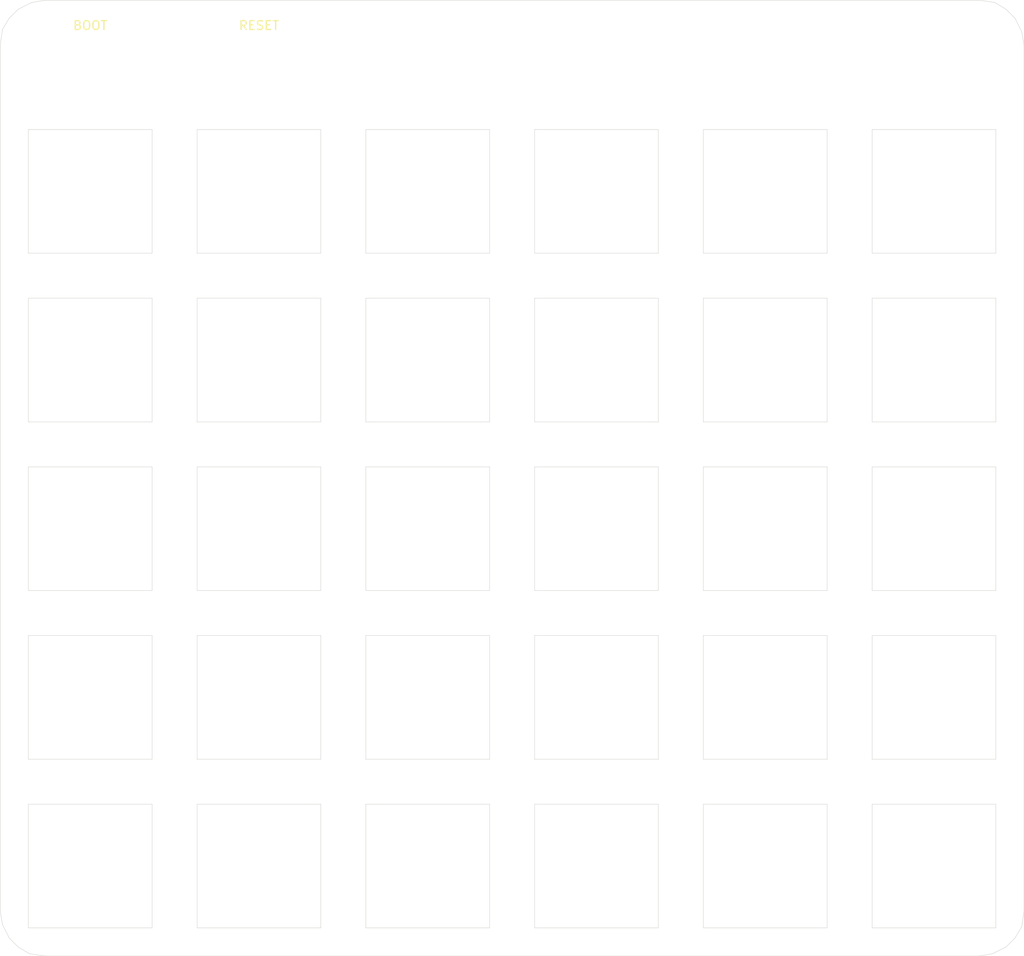
<source format=kicad_pcb>
(kicad_pcb (version 20171130) (host pcbnew "(5.1.2-1)-1")

  (general
    (thickness 1.6)
    (drawings 174)
    (tracks 0)
    (zones 0)
    (modules 2)
    (nets 1)
  )

  (page A4)
  (layers
    (0 F.Cu signal)
    (31 B.Cu signal hide)
    (32 B.Adhes user hide)
    (33 F.Adhes user hide)
    (34 B.Paste user hide)
    (35 F.Paste user hide)
    (36 B.SilkS user hide)
    (37 F.SilkS user)
    (38 B.Mask user hide)
    (39 F.Mask user hide)
    (40 Dwgs.User user hide)
    (41 Cmts.User user hide)
    (42 Eco1.User user hide)
    (43 Eco2.User user hide)
    (44 Edge.Cuts user)
    (45 Margin user hide)
    (46 B.CrtYd user hide)
    (47 F.CrtYd user hide)
    (48 B.Fab user hide)
    (49 F.Fab user hide)
  )

  (setup
    (last_trace_width 0.25)
    (trace_clearance 0.2)
    (zone_clearance 0.254)
    (zone_45_only no)
    (trace_min 0.2)
    (via_size 0.8)
    (via_drill 0.4)
    (via_min_size 0.4)
    (via_min_drill 0.3)
    (uvia_size 0.3)
    (uvia_drill 0.1)
    (uvias_allowed no)
    (uvia_min_size 0.2)
    (uvia_min_drill 0.1)
    (edge_width 0.05)
    (segment_width 0.2)
    (pcb_text_width 0.3)
    (pcb_text_size 1.5 1.5)
    (mod_edge_width 0.12)
    (mod_text_size 1 1)
    (mod_text_width 0.15)
    (pad_size 2 2)
    (pad_drill 1.1)
    (pad_to_mask_clearance 0.051)
    (solder_mask_min_width 0.25)
    (aux_axis_origin 55.88 134.62)
    (visible_elements FEFCBE3F)
    (pcbplotparams
      (layerselection 0x010fc_ffffffff)
      (usegerberextensions false)
      (usegerberattributes false)
      (usegerberadvancedattributes false)
      (creategerberjobfile false)
      (excludeedgelayer true)
      (linewidth 0.100000)
      (plotframeref false)
      (viasonmask false)
      (mode 1)
      (useauxorigin false)
      (hpglpennumber 1)
      (hpglpenspeed 20)
      (hpglpendiameter 15.000000)
      (psnegative false)
      (psa4output false)
      (plotreference true)
      (plotvalue true)
      (plotinvisibletext false)
      (padsonsilk false)
      (subtractmaskfromsilk false)
      (outputformat 1)
      (mirror false)
      (drillshape 1)
      (scaleselection 1)
      (outputdirectory ""))
  )

  (net 0 "")

  (net_class Default "This is the default net class."
    (clearance 0.2)
    (trace_width 0.25)
    (via_dia 0.8)
    (via_drill 0.4)
    (uvia_dia 0.3)
    (uvia_drill 0.1)
    (add_net "Net-(J1-Pad4)")
    (add_net "Net-(J1-Pad5)")
    (add_net "Net-(J2-Pad4)")
    (add_net "Net-(RESET2-Pad1)")
    (add_net "Net-(RESET2-Pad2)")
    (add_net "Net-(SW1-Pad1)")
    (add_net "Net-(SW10-Pad1)")
    (add_net "Net-(SW11-Pad1)")
    (add_net "Net-(SW12-Pad1)")
    (add_net "Net-(SW13-Pad1)")
    (add_net "Net-(SW14-Pad1)")
    (add_net "Net-(SW15-Pad1)")
    (add_net "Net-(SW16-Pad1)")
    (add_net "Net-(SW17-Pad1)")
    (add_net "Net-(SW18-Pad1)")
    (add_net "Net-(SW19-Pad1)")
    (add_net "Net-(SW2-Pad1)")
    (add_net "Net-(SW20-Pad1)")
    (add_net "Net-(SW21-Pad1)")
    (add_net "Net-(SW22-Pad1)")
    (add_net "Net-(SW23-Pad1)")
    (add_net "Net-(SW24-Pad1)")
    (add_net "Net-(SW25-Pad1)")
    (add_net "Net-(SW26-Pad1)")
    (add_net "Net-(SW27-Pad1)")
    (add_net "Net-(SW28-Pad1)")
    (add_net "Net-(SW29-Pad1)")
    (add_net "Net-(SW3-Pad1)")
    (add_net "Net-(SW30-Pad1)")
    (add_net "Net-(SW4-Pad1)")
    (add_net "Net-(SW5-Pad1)")
    (add_net "Net-(SW6-Pad1)")
    (add_net "Net-(SW7-Pad1)")
    (add_net "Net-(SW8-Pad1)")
    (add_net "Net-(SW9-Pad1)")
  )

  (module MountingHole:MountingHole_2.5mm (layer F.Cu) (tedit 56D1B4CB) (tstamp 5D110FF9)
    (at 77.47 54.61)
    (descr "Mounting Hole 2.5mm, no annular")
    (tags "mounting hole 2.5mm no annular")
    (attr virtual)
    (fp_text reference RESET (at 0 -3.5) (layer F.SilkS)
      (effects (font (size 1 1) (thickness 0.15)))
    )
    (fp_text value MountingHole_2.5mm (at 0 3.5) (layer F.Fab)
      (effects (font (size 1 1) (thickness 0.15)))
    )
    (fp_circle (center 0 0) (end 2.75 0) (layer F.CrtYd) (width 0.05))
    (fp_circle (center 0 0) (end 2.5 0) (layer Cmts.User) (width 0.15))
    (fp_text user %R (at 0.3 0) (layer F.Fab)
      (effects (font (size 1 1) (thickness 0.15)))
    )
    (pad 1 np_thru_hole circle (at 0 0) (size 2.5 2.5) (drill 2.5) (layers *.Cu *.Mask))
  )

  (module MountingHole:MountingHole_2.5mm (layer F.Cu) (tedit 56D1B4CB) (tstamp 5D110FD5)
    (at 58.42 54.61)
    (descr "Mounting Hole 2.5mm, no annular")
    (tags "mounting hole 2.5mm no annular")
    (attr virtual)
    (fp_text reference BOOT (at 0 -3.5) (layer F.SilkS)
      (effects (font (size 1 1) (thickness 0.15)))
    )
    (fp_text value MountingHole_2.5mm (at 0 3.5) (layer F.Fab)
      (effects (font (size 1 1) (thickness 0.15)))
    )
    (fp_circle (center 0 0) (end 2.75 0) (layer F.CrtYd) (width 0.05))
    (fp_circle (center 0 0) (end 2.5 0) (layer Cmts.User) (width 0.15))
    (fp_text user %R (at 0.3 0) (layer F.Fab)
      (effects (font (size 1 1) (thickness 0.15)))
    )
    (pad 1 np_thru_hole circle (at 0 0) (size 2.5 2.5) (drill 2.5) (layers *.Cu *.Mask))
  )

  (gr_line (start 89.535 76.835) (end 89.535 62.865) (layer Edge.Cuts) (width 0.05) (tstamp 5D110B7C))
  (gr_line (start 70.485 76.835) (end 70.485 62.865) (layer Edge.Cuts) (width 0.05) (tstamp 5D110B7C))
  (gr_line (start 84.455 62.865) (end 84.455 76.835) (layer Edge.Cuts) (width 0.05) (tstamp 5D110B7A))
  (gr_line (start 127.635 76.835) (end 127.635 62.865) (layer Edge.Cuts) (width 0.05) (tstamp 5D110B7C))
  (gr_line (start 141.605 62.865) (end 141.605 76.835) (layer Edge.Cuts) (width 0.05) (tstamp 5D110B7A))
  (gr_line (start 108.585 76.835) (end 108.585 62.865) (layer Edge.Cuts) (width 0.05) (tstamp 5D110B7C))
  (gr_line (start 163.83 151.13) (end 163.83 53.34) (layer Edge.Cuts) (width 0.05))
  (gr_line (start 65.405 62.865) (end 65.405 76.835) (layer Edge.Cuts) (width 0.05) (tstamp 5D110B7A))
  (gr_line (start 146.685 76.835) (end 146.685 62.865) (layer Edge.Cuts) (width 0.05) (tstamp 5D110B7C))
  (gr_line (start 122.555 62.865) (end 122.555 76.835) (layer Edge.Cuts) (width 0.05) (tstamp 5D110B7A))
  (gr_line (start 160.655 62.865) (end 160.655 76.835) (layer Edge.Cuts) (width 0.05) (tstamp 5D110B7A))
  (gr_line (start 103.505 62.865) (end 103.505 76.835) (layer Edge.Cuts) (width 0.05) (tstamp 5D110B7A))
  (gr_line (start 89.535 153.035) (end 89.535 139.065) (layer Edge.Cuts) (width 0.05) (tstamp 5D110C88))
  (gr_line (start 153.67 146.05) (end 58.42 146.05) (layer Dwgs.User) (width 0.15) (tstamp 5D110C87))
  (gr_line (start 108.585 139.065) (end 122.555 139.065) (layer Edge.Cuts) (width 0.05) (tstamp 5D110C85))
  (gr_line (start 134.62 146.05) (end 77.47 146.05) (layer Dwgs.User) (width 0.15) (tstamp 5D110C84))
  (gr_line (start 51.435 153.035) (end 51.435 139.065) (layer Edge.Cuts) (width 0.05) (tstamp 5D110C83))
  (gr_line (start 103.505 139.065) (end 103.505 153.035) (layer Edge.Cuts) (width 0.05) (tstamp 5D110C81))
  (gr_line (start 160.655 139.065) (end 160.655 153.035) (layer Edge.Cuts) (width 0.05) (tstamp 5D110C80))
  (gr_line (start 122.555 139.065) (end 122.555 153.035) (layer Edge.Cuts) (width 0.05) (tstamp 5D110C7E))
  (gr_line (start 146.685 139.065) (end 160.655 139.065) (layer Edge.Cuts) (width 0.05) (tstamp 5D110C7C))
  (gr_line (start 146.685 153.035) (end 146.685 139.065) (layer Edge.Cuts) (width 0.05) (tstamp 5D110C7B))
  (gr_line (start 58.42 146.05) (end 153.67 146.05) (layer Dwgs.User) (width 0.15) (tstamp 5D110C7A))
  (gr_line (start 65.405 139.065) (end 65.405 153.035) (layer Edge.Cuts) (width 0.05) (tstamp 5D110C79))
  (gr_line (start 65.405 153.035) (end 51.435 153.035) (layer Edge.Cuts) (width 0.05) (tstamp 5D110C78))
  (gr_line (start 160.655 153.035) (end 146.685 153.035) (layer Edge.Cuts) (width 0.05) (tstamp 5D110C77))
  (gr_line (start 108.585 153.035) (end 108.585 139.065) (layer Edge.Cuts) (width 0.05) (tstamp 5D110C76))
  (gr_line (start 141.605 153.035) (end 127.635 153.035) (layer Edge.Cuts) (width 0.05) (tstamp 5D110C73))
  (gr_line (start 141.605 139.065) (end 141.605 153.035) (layer Edge.Cuts) (width 0.05) (tstamp 5D110C72))
  (gr_line (start 127.635 139.065) (end 141.605 139.065) (layer Edge.Cuts) (width 0.05) (tstamp 5D110C6F))
  (gr_line (start 127.635 153.035) (end 127.635 139.065) (layer Edge.Cuts) (width 0.05) (tstamp 5D110C6E))
  (gr_line (start 122.555 153.035) (end 108.585 153.035) (layer Edge.Cuts) (width 0.05) (tstamp 5D110C6D))
  (gr_line (start 84.455 139.065) (end 84.455 153.035) (layer Edge.Cuts) (width 0.05) (tstamp 5D110C6C))
  (gr_line (start 70.485 139.065) (end 84.455 139.065) (layer Edge.Cuts) (width 0.05) (tstamp 5D110C69))
  (gr_line (start 70.485 153.035) (end 70.485 139.065) (layer Edge.Cuts) (width 0.05) (tstamp 5D110C68))
  (gr_line (start 84.455 153.035) (end 70.485 153.035) (layer Edge.Cuts) (width 0.05) (tstamp 5D110C67))
  (gr_line (start 103.505 153.035) (end 89.535 153.035) (layer Edge.Cuts) (width 0.05) (tstamp 5D110C66))
  (gr_line (start 51.435 139.065) (end 65.405 139.065) (layer Edge.Cuts) (width 0.05) (tstamp 5D110C65))
  (gr_line (start 89.535 139.065) (end 103.505 139.065) (layer Edge.Cuts) (width 0.05) (tstamp 5D110C63))
  (gr_line (start 108.585 100.965) (end 122.555 100.965) (layer Edge.Cuts) (width 0.05) (tstamp 5D110C16))
  (gr_line (start 65.405 133.985) (end 51.435 133.985) (layer Edge.Cuts) (width 0.05) (tstamp 5D110C15))
  (gr_line (start 65.405 120.015) (end 65.405 133.985) (layer Edge.Cuts) (width 0.05) (tstamp 5D110C13))
  (gr_line (start 70.485 120.015) (end 84.455 120.015) (layer Edge.Cuts) (width 0.05) (tstamp 5D110C12))
  (gr_line (start 134.62 107.95) (end 77.47 107.95) (layer Dwgs.User) (width 0.15) (tstamp 5D110C10))
  (gr_line (start 146.685 133.985) (end 146.685 120.015) (layer Edge.Cuts) (width 0.05) (tstamp 5D110C0F))
  (gr_line (start 51.435 114.935) (end 51.435 100.965) (layer Edge.Cuts) (width 0.05) (tstamp 5D110C0E))
  (gr_line (start 103.505 100.965) (end 103.505 114.935) (layer Edge.Cuts) (width 0.05) (tstamp 5D110C0C))
  (gr_line (start 160.655 100.965) (end 160.655 114.935) (layer Edge.Cuts) (width 0.05) (tstamp 5D110C0B))
  (gr_line (start 160.655 133.985) (end 146.685 133.985) (layer Edge.Cuts) (width 0.05) (tstamp 5D110C09))
  (gr_line (start 103.505 133.985) (end 89.535 133.985) (layer Edge.Cuts) (width 0.05) (tstamp 5D110C08))
  (gr_line (start 122.555 100.965) (end 122.555 114.935) (layer Edge.Cuts) (width 0.05) (tstamp 5D110C07))
  (gr_line (start 141.605 120.015) (end 141.605 133.985) (layer Edge.Cuts) (width 0.05) (tstamp 5D110C06))
  (gr_line (start 89.535 133.985) (end 89.535 120.015) (layer Edge.Cuts) (width 0.05) (tstamp 5D110C05))
  (gr_line (start 127.635 120.015) (end 141.605 120.015) (layer Edge.Cuts) (width 0.05) (tstamp 5D110C03))
  (gr_line (start 127.635 133.985) (end 127.635 120.015) (layer Edge.Cuts) (width 0.05) (tstamp 5D110C02))
  (gr_line (start 89.535 120.015) (end 103.505 120.015) (layer Edge.Cuts) (width 0.05) (tstamp 5D110BFF))
  (gr_line (start 146.685 100.965) (end 160.655 100.965) (layer Edge.Cuts) (width 0.05) (tstamp 5D110BFE))
  (gr_line (start 146.685 114.935) (end 146.685 100.965) (layer Edge.Cuts) (width 0.05) (tstamp 5D110BFD))
  (gr_line (start 51.435 133.985) (end 51.435 120.015) (layer Edge.Cuts) (width 0.05) (tstamp 5D110BFC))
  (gr_line (start 84.455 133.985) (end 70.485 133.985) (layer Edge.Cuts) (width 0.05) (tstamp 5D110BFB))
  (gr_line (start 51.435 120.015) (end 65.405 120.015) (layer Edge.Cuts) (width 0.05) (tstamp 5D110BF9))
  (gr_line (start 84.455 120.015) (end 84.455 133.985) (layer Edge.Cuts) (width 0.05) (tstamp 5D110BF8))
  (gr_line (start 58.42 127) (end 153.67 127) (layer Dwgs.User) (width 0.15) (tstamp 5D110BF7))
  (gr_line (start 58.42 107.95) (end 153.67 107.95) (layer Dwgs.User) (width 0.15) (tstamp 5D110BF5))
  (gr_line (start 65.405 100.965) (end 65.405 114.935) (layer Edge.Cuts) (width 0.05) (tstamp 5D110BF4))
  (gr_line (start 65.405 114.935) (end 51.435 114.935) (layer Edge.Cuts) (width 0.05) (tstamp 5D110BF2))
  (gr_line (start 160.655 120.015) (end 160.655 133.985) (layer Edge.Cuts) (width 0.05) (tstamp 5D110BF1))
  (gr_line (start 103.505 120.015) (end 103.505 133.985) (layer Edge.Cuts) (width 0.05) (tstamp 5D110BF0))
  (gr_line (start 160.655 114.935) (end 146.685 114.935) (layer Edge.Cuts) (width 0.05) (tstamp 5D110BEF))
  (gr_line (start 108.585 114.935) (end 108.585 100.965) (layer Edge.Cuts) (width 0.05) (tstamp 5D110BEE))
  (gr_line (start 141.605 114.935) (end 127.635 114.935) (layer Edge.Cuts) (width 0.05) (tstamp 5D110BEA))
  (gr_line (start 141.605 100.965) (end 141.605 114.935) (layer Edge.Cuts) (width 0.05) (tstamp 5D110BE9))
  (gr_line (start 127.635 100.965) (end 141.605 100.965) (layer Edge.Cuts) (width 0.05) (tstamp 5D110BE5))
  (gr_line (start 127.635 114.935) (end 127.635 100.965) (layer Edge.Cuts) (width 0.05) (tstamp 5D110BE4))
  (gr_line (start 122.555 114.935) (end 108.585 114.935) (layer Edge.Cuts) (width 0.05) (tstamp 5D110BE3))
  (gr_line (start 70.485 133.985) (end 70.485 120.015) (layer Edge.Cuts) (width 0.05) (tstamp 5D110BE2))
  (gr_line (start 84.455 100.965) (end 84.455 114.935) (layer Edge.Cuts) (width 0.05) (tstamp 5D110BE1))
  (gr_line (start 70.485 100.965) (end 84.455 100.965) (layer Edge.Cuts) (width 0.05) (tstamp 5D110BDE))
  (gr_line (start 70.485 114.935) (end 70.485 100.965) (layer Edge.Cuts) (width 0.05) (tstamp 5D110BDD))
  (gr_line (start 84.455 114.935) (end 70.485 114.935) (layer Edge.Cuts) (width 0.05) (tstamp 5D110BDC))
  (gr_line (start 103.505 114.935) (end 89.535 114.935) (layer Edge.Cuts) (width 0.05) (tstamp 5D110BDB))
  (gr_line (start 146.685 120.015) (end 160.655 120.015) (layer Edge.Cuts) (width 0.05) (tstamp 5D110BD9))
  (gr_line (start 51.435 100.965) (end 65.405 100.965) (layer Edge.Cuts) (width 0.05) (tstamp 5D110BD8))
  (gr_line (start 141.605 133.985) (end 127.635 133.985) (layer Edge.Cuts) (width 0.05) (tstamp 5D110BD6))
  (gr_line (start 108.585 120.015) (end 122.555 120.015) (layer Edge.Cuts) (width 0.05) (tstamp 5D110BD4))
  (gr_line (start 108.585 133.985) (end 108.585 120.015) (layer Edge.Cuts) (width 0.05) (tstamp 5D110BD3))
  (gr_line (start 122.555 133.985) (end 108.585 133.985) (layer Edge.Cuts) (width 0.05) (tstamp 5D110BD2))
  (gr_line (start 122.555 120.015) (end 122.555 133.985) (layer Edge.Cuts) (width 0.05) (tstamp 5D110BD1))
  (gr_line (start 89.535 100.965) (end 103.505 100.965) (layer Edge.Cuts) (width 0.05) (tstamp 5D110BCF))
  (gr_line (start 89.535 114.935) (end 89.535 100.965) (layer Edge.Cuts) (width 0.05) (tstamp 5D110BCD))
  (gr_line (start 146.685 81.915) (end 160.655 81.915) (layer Edge.Cuts) (width 0.05) (tstamp 5D110B7D))
  (gr_line (start 146.685 95.885) (end 146.685 81.915) (layer Edge.Cuts) (width 0.05) (tstamp 5D110B7C))
  (gr_line (start 160.655 95.885) (end 146.685 95.885) (layer Edge.Cuts) (width 0.05) (tstamp 5D110B7B))
  (gr_line (start 160.655 81.915) (end 160.655 95.885) (layer Edge.Cuts) (width 0.05) (tstamp 5D110B7A))
  (gr_line (start 146.685 62.865) (end 160.655 62.865) (layer Edge.Cuts) (width 0.05) (tstamp 5D110B7D))
  (gr_line (start 160.655 76.835) (end 146.685 76.835) (layer Edge.Cuts) (width 0.05) (tstamp 5D110B7B))
  (gr_line (start 127.635 62.865) (end 141.605 62.865) (layer Edge.Cuts) (width 0.05) (tstamp 5D110B7D))
  (gr_line (start 141.605 76.835) (end 127.635 76.835) (layer Edge.Cuts) (width 0.05) (tstamp 5D110B7B))
  (gr_line (start 127.635 81.915) (end 141.605 81.915) (layer Edge.Cuts) (width 0.05) (tstamp 5D110B7D))
  (gr_line (start 127.635 95.885) (end 127.635 81.915) (layer Edge.Cuts) (width 0.05) (tstamp 5D110B7C))
  (gr_line (start 141.605 95.885) (end 127.635 95.885) (layer Edge.Cuts) (width 0.05) (tstamp 5D110B7B))
  (gr_line (start 141.605 81.915) (end 141.605 95.885) (layer Edge.Cuts) (width 0.05) (tstamp 5D110B7A))
  (gr_line (start 108.585 81.915) (end 122.555 81.915) (layer Edge.Cuts) (width 0.05) (tstamp 5D110B7D))
  (gr_line (start 108.585 95.885) (end 108.585 81.915) (layer Edge.Cuts) (width 0.05) (tstamp 5D110B7C))
  (gr_line (start 122.555 95.885) (end 108.585 95.885) (layer Edge.Cuts) (width 0.05) (tstamp 5D110B7B))
  (gr_line (start 122.555 81.915) (end 122.555 95.885) (layer Edge.Cuts) (width 0.05) (tstamp 5D110B7A))
  (gr_line (start 108.585 62.865) (end 122.555 62.865) (layer Edge.Cuts) (width 0.05) (tstamp 5D110B7D))
  (gr_line (start 122.555 76.835) (end 108.585 76.835) (layer Edge.Cuts) (width 0.05) (tstamp 5D110B7B))
  (gr_line (start 89.535 81.915) (end 103.505 81.915) (layer Edge.Cuts) (width 0.05) (tstamp 5D110B7D))
  (gr_line (start 89.535 95.885) (end 89.535 81.915) (layer Edge.Cuts) (width 0.05) (tstamp 5D110B7C))
  (gr_line (start 103.505 95.885) (end 89.535 95.885) (layer Edge.Cuts) (width 0.05) (tstamp 5D110B7B))
  (gr_line (start 103.505 81.915) (end 103.505 95.885) (layer Edge.Cuts) (width 0.05) (tstamp 5D110B7A))
  (gr_line (start 89.535 62.865) (end 103.505 62.865) (layer Edge.Cuts) (width 0.05) (tstamp 5D110B7D))
  (gr_line (start 103.505 76.835) (end 89.535 76.835) (layer Edge.Cuts) (width 0.05) (tstamp 5D110B7B))
  (gr_line (start 70.485 81.915) (end 84.455 81.915) (layer Edge.Cuts) (width 0.05) (tstamp 5D110B7D))
  (gr_line (start 70.485 95.885) (end 70.485 81.915) (layer Edge.Cuts) (width 0.05) (tstamp 5D110B7C))
  (gr_line (start 84.455 95.885) (end 70.485 95.885) (layer Edge.Cuts) (width 0.05) (tstamp 5D110B7B))
  (gr_line (start 84.455 81.915) (end 84.455 95.885) (layer Edge.Cuts) (width 0.05) (tstamp 5D110B7A))
  (gr_line (start 51.435 81.915) (end 65.405 81.915) (layer Edge.Cuts) (width 0.05) (tstamp 5D110B7D))
  (gr_line (start 51.435 95.885) (end 51.435 81.915) (layer Edge.Cuts) (width 0.05) (tstamp 5D110B7C))
  (gr_line (start 65.405 95.885) (end 51.435 95.885) (layer Edge.Cuts) (width 0.05) (tstamp 5D110B7B))
  (gr_line (start 65.405 81.915) (end 65.405 95.885) (layer Edge.Cuts) (width 0.05) (tstamp 5D110B7A))
  (gr_line (start 70.485 62.865) (end 84.455 62.865) (layer Edge.Cuts) (width 0.05) (tstamp 5D110B7D))
  (gr_line (start 84.455 76.835) (end 70.485 76.835) (layer Edge.Cuts) (width 0.05) (tstamp 5D110B7B))
  (gr_line (start 51.435 62.865) (end 65.405 62.865) (layer Edge.Cuts) (width 0.05) (tstamp 5D110B7D))
  (gr_line (start 51.435 76.835) (end 51.435 62.865) (layer Edge.Cuts) (width 0.05) (tstamp 5D110B7C))
  (gr_line (start 65.405 76.835) (end 51.435 76.835) (layer Edge.Cuts) (width 0.05) (tstamp 5D110B7B))
  (gr_line (start 58.42 52.07) (end 58.42 57.15) (layer Dwgs.User) (width 0.15))
  (gr_line (start 56.515 54.61) (end 60.325 54.61) (layer Dwgs.User) (width 0.15))
  (gr_line (start 77.47 52.07) (end 77.47 57.15) (layer Dwgs.User) (width 0.15))
  (gr_line (start 75.565 54.61) (end 79.375 54.61) (layer Dwgs.User) (width 0.15))
  (gr_line (start 106.045 60.325) (end 106.045 48.26) (layer Dwgs.User) (width 0.15))
  (gr_line (start 67.945 48.26) (end 67.945 60.325) (layer Dwgs.User) (width 0.15))
  (gr_line (start 115.57 69.85) (end 115.57 146.05) (layer Dwgs.User) (width 0.15))
  (gr_line (start 96.52 146.05) (end 96.52 69.85) (layer Dwgs.User) (width 0.15))
  (gr_line (start 77.47 146.05) (end 96.52 146.05) (layer Dwgs.User) (width 0.15))
  (gr_line (start 77.47 69.85) (end 77.47 146.05) (layer Dwgs.User) (width 0.15))
  (gr_line (start 134.62 69.85) (end 77.47 69.85) (layer Dwgs.User) (width 0.15))
  (gr_line (start 134.62 146.05) (end 134.62 69.85) (layer Dwgs.User) (width 0.15))
  (gr_line (start 58.42 127) (end 153.67 127) (layer Dwgs.User) (width 0.15))
  (gr_line (start 153.67 107.95) (end 58.42 107.95) (layer Dwgs.User) (width 0.15))
  (gr_line (start 153.67 88.9) (end 153.67 107.95) (layer Dwgs.User) (width 0.15))
  (gr_line (start 58.42 88.9) (end 153.67 88.9) (layer Dwgs.User) (width 0.15))
  (gr_line (start 58.42 146.05) (end 58.42 69.85) (layer Dwgs.User) (width 0.15) (tstamp 5D10B888))
  (gr_line (start 153.67 146.05) (end 58.42 146.05) (layer Dwgs.User) (width 0.15))
  (gr_line (start 153.67 69.85) (end 153.67 146.05) (layer Dwgs.User) (width 0.15))
  (gr_line (start 58.42 69.85) (end 153.67 69.85) (layer Dwgs.User) (width 0.15))
  (gr_line (start 48.26 53.34) (end 48.514 51.562) (layer Edge.Cuts) (width 0.05) (tstamp 5D0C4CEA))
  (gr_line (start 48.514 51.562) (end 49.276 50.292) (layer Edge.Cuts) (width 0.05) (tstamp 5D0C4CE9))
  (gr_line (start 49.276 50.292) (end 50.292 49.276) (layer Edge.Cuts) (width 0.05) (tstamp 5D0C4CE8))
  (gr_arc (start 53.34 53.34) (end 53.34 48.26) (angle -90) (layer Margin) (width 0.05) (tstamp 5D0C4CE7))
  (gr_line (start 51.816 48.514) (end 53.34 48.26) (layer Edge.Cuts) (width 0.05) (tstamp 5D0C4CE6))
  (gr_line (start 50.292 49.276) (end 51.816 48.514) (layer Edge.Cuts) (width 0.05) (tstamp 5D0C4CE5))
  (gr_line (start 162.814 50.292) (end 163.576 51.816) (layer Edge.Cuts) (width 0.05) (tstamp 5D0B38DB))
  (gr_line (start 163.576 51.816) (end 163.83 53.34) (layer Edge.Cuts) (width 0.05) (tstamp 5D0B38DA))
  (gr_arc (start 158.75 53.34) (end 163.83 53.34) (angle -90) (layer Margin) (width 0.05) (tstamp 5D0B38D9))
  (gr_line (start 161.798 49.276) (end 162.814 50.292) (layer Edge.Cuts) (width 0.05) (tstamp 5D0B38D8))
  (gr_line (start 160.528 48.514) (end 161.798 49.276) (layer Edge.Cuts) (width 0.05) (tstamp 5D0B38D7))
  (gr_line (start 158.75 48.26) (end 160.528 48.514) (layer Edge.Cuts) (width 0.05) (tstamp 5D0B38D6))
  (gr_line (start 161.798 155.194) (end 160.274 155.956) (layer Edge.Cuts) (width 0.05) (tstamp 5D0B38DB))
  (gr_line (start 160.274 155.956) (end 158.75 156.21) (layer Edge.Cuts) (width 0.05) (tstamp 5D0B38DA))
  (gr_arc (start 158.75 151.13) (end 158.75 156.21) (angle -90) (layer Margin) (width 0.05) (tstamp 5D0B38D9))
  (gr_line (start 162.814 154.178) (end 161.798 155.194) (layer Edge.Cuts) (width 0.05) (tstamp 5D0B38D8))
  (gr_line (start 163.576 152.908) (end 162.814 154.178) (layer Edge.Cuts) (width 0.05) (tstamp 5D0B38D7))
  (gr_line (start 163.83 151.13) (end 163.576 152.908) (layer Edge.Cuts) (width 0.05) (tstamp 5D0B38D6))
  (gr_line (start 49.276 154.178) (end 48.514 152.654) (layer Edge.Cuts) (width 0.05) (tstamp 5D0B38DB))
  (gr_line (start 48.514 152.654) (end 48.26 151.13) (layer Edge.Cuts) (width 0.05) (tstamp 5D0B38DA))
  (gr_arc (start 53.34 151.13) (end 48.26 151.13) (angle -90) (layer Margin) (width 0.05) (tstamp 5D0B38D9))
  (gr_line (start 50.292 155.194) (end 49.276 154.178) (layer Edge.Cuts) (width 0.05) (tstamp 5D0B38D8))
  (gr_line (start 51.562 155.956) (end 50.292 155.194) (layer Edge.Cuts) (width 0.05) (tstamp 5D0B38D7))
  (gr_line (start 53.34 156.21) (end 51.562 155.956) (layer Edge.Cuts) (width 0.05) (tstamp 5D0B38D6))
  (gr_line (start 53.34 156.21) (end 158.75 156.21) (layer Edge.Cuts) (width 0.05) (tstamp 5D0AAA9C))
  (gr_line (start 158.75 48.26) (end 53.34 48.26) (layer Edge.Cuts) (width 0.05))
  (gr_line (start 48.26 53.34) (end 48.26 151.13) (layer Edge.Cuts) (width 0.05))

)

</source>
